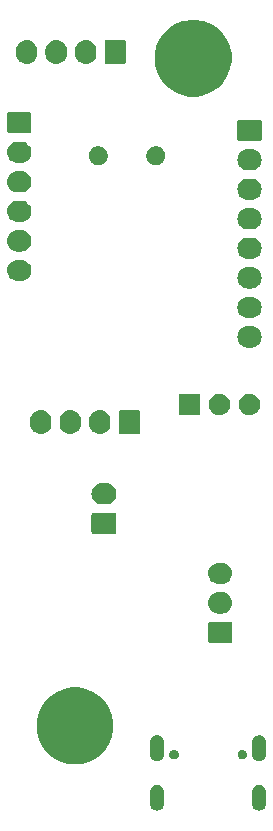
<source format=gbr>
G04 #@! TF.GenerationSoftware,KiCad,Pcbnew,(5.1.6)-1*
G04 #@! TF.CreationDate,2023-02-24T22:08:04-06:00*
G04 #@! TF.ProjectId,EncoderBoard3(1.2),456e636f-6465-4724-926f-617264332831,v1.0*
G04 #@! TF.SameCoordinates,Original*
G04 #@! TF.FileFunction,Soldermask,Bot*
G04 #@! TF.FilePolarity,Negative*
%FSLAX46Y46*%
G04 Gerber Fmt 4.6, Leading zero omitted, Abs format (unit mm)*
G04 Created by KiCad (PCBNEW (5.1.6)-1) date 2023-02-24 22:08:04*
%MOMM*%
%LPD*%
G01*
G04 APERTURE LIST*
%ADD10C,0.100000*%
G04 APERTURE END LIST*
D10*
G36*
X132063915Y-147405134D02*
G01*
X132172491Y-147438071D01*
X132172494Y-147438072D01*
X132208600Y-147457371D01*
X132272556Y-147491556D01*
X132360264Y-147563536D01*
X132432244Y-147651243D01*
X132466429Y-147715199D01*
X132485728Y-147751305D01*
X132485728Y-147751306D01*
X132485729Y-147751308D01*
X132518666Y-147859884D01*
X132527000Y-147944502D01*
X132527000Y-149051098D01*
X132518666Y-149135716D01*
X132485729Y-149244292D01*
X132485728Y-149244295D01*
X132466429Y-149280401D01*
X132432244Y-149344357D01*
X132360264Y-149432064D01*
X132272557Y-149504044D01*
X132208601Y-149538229D01*
X132172495Y-149557528D01*
X132172492Y-149557529D01*
X132063916Y-149590466D01*
X131951000Y-149601587D01*
X131838085Y-149590466D01*
X131729509Y-149557529D01*
X131729506Y-149557528D01*
X131693400Y-149538229D01*
X131629444Y-149504044D01*
X131541737Y-149432064D01*
X131469757Y-149344357D01*
X131435572Y-149280401D01*
X131416273Y-149244295D01*
X131416272Y-149244292D01*
X131383335Y-149135716D01*
X131375001Y-149051098D01*
X131375000Y-147944503D01*
X131383334Y-147859885D01*
X131416271Y-147751309D01*
X131416272Y-147751306D01*
X131435571Y-147715200D01*
X131469756Y-147651244D01*
X131541736Y-147563536D01*
X131629443Y-147491556D01*
X131693399Y-147457371D01*
X131729505Y-147438072D01*
X131729508Y-147438071D01*
X131838084Y-147405134D01*
X131951000Y-147394013D01*
X132063915Y-147405134D01*
G37*
G36*
X140703915Y-147405134D02*
G01*
X140812491Y-147438071D01*
X140812494Y-147438072D01*
X140848600Y-147457371D01*
X140912556Y-147491556D01*
X141000264Y-147563536D01*
X141072244Y-147651243D01*
X141106429Y-147715199D01*
X141125728Y-147751305D01*
X141125728Y-147751306D01*
X141125729Y-147751308D01*
X141158666Y-147859884D01*
X141167000Y-147944502D01*
X141167000Y-149051098D01*
X141158666Y-149135716D01*
X141125729Y-149244292D01*
X141125728Y-149244295D01*
X141106429Y-149280401D01*
X141072244Y-149344357D01*
X141000264Y-149432064D01*
X140912557Y-149504044D01*
X140848601Y-149538229D01*
X140812495Y-149557528D01*
X140812492Y-149557529D01*
X140703916Y-149590466D01*
X140591000Y-149601587D01*
X140478085Y-149590466D01*
X140369509Y-149557529D01*
X140369506Y-149557528D01*
X140333400Y-149538229D01*
X140269444Y-149504044D01*
X140181737Y-149432064D01*
X140109757Y-149344357D01*
X140075572Y-149280401D01*
X140056273Y-149244295D01*
X140056272Y-149244292D01*
X140023335Y-149135716D01*
X140015001Y-149051098D01*
X140015000Y-147944503D01*
X140023334Y-147859885D01*
X140056271Y-147751309D01*
X140056272Y-147751306D01*
X140075571Y-147715200D01*
X140109756Y-147651244D01*
X140181736Y-147563536D01*
X140269443Y-147491556D01*
X140333399Y-147457371D01*
X140369505Y-147438072D01*
X140369508Y-147438071D01*
X140478084Y-147405134D01*
X140591000Y-147394013D01*
X140703915Y-147405134D01*
G37*
G36*
X125634239Y-139237267D02*
G01*
X125948282Y-139299734D01*
X126539926Y-139544801D01*
X127072392Y-139900584D01*
X127525216Y-140353408D01*
X127880999Y-140885874D01*
X128126066Y-141477518D01*
X128251000Y-142105604D01*
X128251000Y-142745996D01*
X128126066Y-143374082D01*
X127880999Y-143965726D01*
X127595986Y-144392277D01*
X127525217Y-144498191D01*
X127072391Y-144951017D01*
X126966477Y-145021786D01*
X126539926Y-145306799D01*
X125948282Y-145551866D01*
X125634239Y-145614333D01*
X125320197Y-145676800D01*
X124679803Y-145676800D01*
X124365761Y-145614333D01*
X124051718Y-145551866D01*
X123460074Y-145306799D01*
X123033523Y-145021786D01*
X122927609Y-144951017D01*
X122474783Y-144498191D01*
X122404014Y-144392277D01*
X122119001Y-143965726D01*
X121873934Y-143374082D01*
X121749000Y-142745996D01*
X121749000Y-142105604D01*
X121873934Y-141477518D01*
X122119001Y-140885874D01*
X122474784Y-140353408D01*
X122927608Y-139900584D01*
X123460074Y-139544801D01*
X124051718Y-139299734D01*
X124365761Y-139237267D01*
X124679803Y-139174800D01*
X125320197Y-139174800D01*
X125634239Y-139237267D01*
G37*
G36*
X140703915Y-143225134D02*
G01*
X140812491Y-143258071D01*
X140812494Y-143258072D01*
X140848600Y-143277371D01*
X140912556Y-143311556D01*
X141000264Y-143383536D01*
X141072244Y-143471243D01*
X141106429Y-143535199D01*
X141125728Y-143571305D01*
X141125728Y-143571306D01*
X141125729Y-143571308D01*
X141158666Y-143679884D01*
X141167000Y-143764502D01*
X141167000Y-144871098D01*
X141158666Y-144955716D01*
X141133782Y-145037744D01*
X141125728Y-145064295D01*
X141106429Y-145100401D01*
X141072244Y-145164357D01*
X141000264Y-145252064D01*
X140912557Y-145324044D01*
X140848601Y-145358229D01*
X140812495Y-145377528D01*
X140812492Y-145377529D01*
X140703916Y-145410466D01*
X140591000Y-145421587D01*
X140478085Y-145410466D01*
X140369509Y-145377529D01*
X140369506Y-145377528D01*
X140333400Y-145358229D01*
X140269444Y-145324044D01*
X140181737Y-145252064D01*
X140109757Y-145164357D01*
X140075572Y-145100401D01*
X140056273Y-145064295D01*
X140048219Y-145037744D01*
X140023335Y-144955716D01*
X140015001Y-144871098D01*
X140015000Y-143764503D01*
X140023334Y-143679885D01*
X140056271Y-143571309D01*
X140056272Y-143571306D01*
X140075571Y-143535200D01*
X140109756Y-143471244D01*
X140181736Y-143383536D01*
X140269443Y-143311556D01*
X140333399Y-143277371D01*
X140369505Y-143258072D01*
X140369508Y-143258071D01*
X140478084Y-143225134D01*
X140591000Y-143214013D01*
X140703915Y-143225134D01*
G37*
G36*
X132063915Y-143225134D02*
G01*
X132172491Y-143258071D01*
X132172494Y-143258072D01*
X132208600Y-143277371D01*
X132272556Y-143311556D01*
X132360264Y-143383536D01*
X132432244Y-143471243D01*
X132466429Y-143535199D01*
X132485728Y-143571305D01*
X132485728Y-143571306D01*
X132485729Y-143571308D01*
X132518666Y-143679884D01*
X132527000Y-143764502D01*
X132527000Y-144871098D01*
X132518666Y-144955716D01*
X132493782Y-145037744D01*
X132485728Y-145064295D01*
X132466429Y-145100401D01*
X132432244Y-145164357D01*
X132360264Y-145252064D01*
X132272557Y-145324044D01*
X132208601Y-145358229D01*
X132172495Y-145377528D01*
X132172492Y-145377529D01*
X132063916Y-145410466D01*
X131951000Y-145421587D01*
X131838085Y-145410466D01*
X131729509Y-145377529D01*
X131729506Y-145377528D01*
X131693400Y-145358229D01*
X131629444Y-145324044D01*
X131541737Y-145252064D01*
X131469757Y-145164357D01*
X131435572Y-145100401D01*
X131416273Y-145064295D01*
X131408219Y-145037744D01*
X131383335Y-144955716D01*
X131375001Y-144871098D01*
X131375000Y-143764503D01*
X131383334Y-143679885D01*
X131416271Y-143571309D01*
X131416272Y-143571306D01*
X131435571Y-143535200D01*
X131469756Y-143471244D01*
X131541736Y-143383536D01*
X131629443Y-143311556D01*
X131693399Y-143277371D01*
X131729505Y-143258072D01*
X131729508Y-143258071D01*
X131838084Y-143225134D01*
X131951000Y-143214013D01*
X132063915Y-143225134D01*
G37*
G36*
X139239231Y-144454505D02*
G01*
X139277967Y-144462210D01*
X139308195Y-144474731D01*
X139350944Y-144492438D01*
X139416622Y-144536323D01*
X139472477Y-144592178D01*
X139516362Y-144657856D01*
X139546590Y-144730834D01*
X139562000Y-144808304D01*
X139562000Y-144887296D01*
X139546590Y-144964766D01*
X139516362Y-145037744D01*
X139472477Y-145103422D01*
X139416622Y-145159277D01*
X139350944Y-145203162D01*
X139308195Y-145220869D01*
X139277967Y-145233390D01*
X139239231Y-145241095D01*
X139200496Y-145248800D01*
X139121504Y-145248800D01*
X139082769Y-145241095D01*
X139044033Y-145233390D01*
X139013805Y-145220869D01*
X138971056Y-145203162D01*
X138905378Y-145159277D01*
X138849523Y-145103422D01*
X138805638Y-145037744D01*
X138775410Y-144964766D01*
X138760000Y-144887296D01*
X138760000Y-144808304D01*
X138775410Y-144730834D01*
X138805638Y-144657856D01*
X138849523Y-144592178D01*
X138905378Y-144536323D01*
X138971056Y-144492438D01*
X139013805Y-144474731D01*
X139044033Y-144462210D01*
X139082769Y-144454505D01*
X139121504Y-144446800D01*
X139200496Y-144446800D01*
X139239231Y-144454505D01*
G37*
G36*
X133459231Y-144454505D02*
G01*
X133497967Y-144462210D01*
X133528195Y-144474731D01*
X133570944Y-144492438D01*
X133636622Y-144536323D01*
X133692477Y-144592178D01*
X133736362Y-144657856D01*
X133766590Y-144730834D01*
X133782000Y-144808304D01*
X133782000Y-144887296D01*
X133766590Y-144964766D01*
X133736362Y-145037744D01*
X133692477Y-145103422D01*
X133636622Y-145159277D01*
X133570944Y-145203162D01*
X133528195Y-145220869D01*
X133497967Y-145233390D01*
X133459231Y-145241095D01*
X133420496Y-145248800D01*
X133341504Y-145248800D01*
X133302769Y-145241095D01*
X133264033Y-145233390D01*
X133233805Y-145220869D01*
X133191056Y-145203162D01*
X133125378Y-145159277D01*
X133069523Y-145103422D01*
X133025638Y-145037744D01*
X132995410Y-144964766D01*
X132980000Y-144887296D01*
X132980000Y-144808304D01*
X132995410Y-144730834D01*
X133025638Y-144657856D01*
X133069523Y-144592178D01*
X133125378Y-144536323D01*
X133191056Y-144492438D01*
X133233805Y-144474731D01*
X133264033Y-144462210D01*
X133302769Y-144454505D01*
X133341504Y-144446800D01*
X133420496Y-144446800D01*
X133459231Y-144454505D01*
G37*
G36*
X138170600Y-133621389D02*
G01*
X138203652Y-133631415D01*
X138234103Y-133647692D01*
X138260799Y-133669601D01*
X138282708Y-133696297D01*
X138298985Y-133726748D01*
X138309011Y-133759800D01*
X138313000Y-133800303D01*
X138313000Y-135236497D01*
X138309011Y-135277000D01*
X138298985Y-135310052D01*
X138282708Y-135340503D01*
X138260799Y-135367199D01*
X138234103Y-135389108D01*
X138203652Y-135405385D01*
X138170600Y-135415411D01*
X138130097Y-135419400D01*
X136443903Y-135419400D01*
X136403400Y-135415411D01*
X136370348Y-135405385D01*
X136339897Y-135389108D01*
X136313201Y-135367199D01*
X136291292Y-135340503D01*
X136275015Y-135310052D01*
X136264989Y-135277000D01*
X136261000Y-135236497D01*
X136261000Y-133800303D01*
X136264989Y-133759800D01*
X136275015Y-133726748D01*
X136291292Y-133696297D01*
X136313201Y-133669601D01*
X136339897Y-133647692D01*
X136370348Y-133631415D01*
X136403400Y-133621389D01*
X136443903Y-133617400D01*
X138130097Y-133617400D01*
X138170600Y-133621389D01*
G37*
G36*
X137522442Y-131123918D02*
G01*
X137588627Y-131130437D01*
X137758466Y-131181957D01*
X137914991Y-131265622D01*
X137950729Y-131294952D01*
X138052186Y-131378214D01*
X138135448Y-131479671D01*
X138164778Y-131515409D01*
X138248443Y-131671934D01*
X138299963Y-131841773D01*
X138317359Y-132018400D01*
X138299963Y-132195027D01*
X138248443Y-132364866D01*
X138164778Y-132521391D01*
X138135448Y-132557129D01*
X138052186Y-132658586D01*
X137950729Y-132741848D01*
X137914991Y-132771178D01*
X137758466Y-132854843D01*
X137588627Y-132906363D01*
X137522442Y-132912882D01*
X137456260Y-132919400D01*
X137117740Y-132919400D01*
X137051558Y-132912882D01*
X136985373Y-132906363D01*
X136815534Y-132854843D01*
X136659009Y-132771178D01*
X136623271Y-132741848D01*
X136521814Y-132658586D01*
X136438552Y-132557129D01*
X136409222Y-132521391D01*
X136325557Y-132364866D01*
X136274037Y-132195027D01*
X136256641Y-132018400D01*
X136274037Y-131841773D01*
X136325557Y-131671934D01*
X136409222Y-131515409D01*
X136438552Y-131479671D01*
X136521814Y-131378214D01*
X136623271Y-131294952D01*
X136659009Y-131265622D01*
X136815534Y-131181957D01*
X136985373Y-131130437D01*
X137051558Y-131123918D01*
X137117740Y-131117400D01*
X137456260Y-131117400D01*
X137522442Y-131123918D01*
G37*
G36*
X137522442Y-128623918D02*
G01*
X137588627Y-128630437D01*
X137758466Y-128681957D01*
X137914991Y-128765622D01*
X137950729Y-128794952D01*
X138052186Y-128878214D01*
X138135448Y-128979671D01*
X138164778Y-129015409D01*
X138248443Y-129171934D01*
X138299963Y-129341773D01*
X138317359Y-129518400D01*
X138299963Y-129695027D01*
X138248443Y-129864866D01*
X138164778Y-130021391D01*
X138135448Y-130057129D01*
X138052186Y-130158586D01*
X137950729Y-130241848D01*
X137914991Y-130271178D01*
X137758466Y-130354843D01*
X137588627Y-130406363D01*
X137522442Y-130412882D01*
X137456260Y-130419400D01*
X137117740Y-130419400D01*
X137051558Y-130412882D01*
X136985373Y-130406363D01*
X136815534Y-130354843D01*
X136659009Y-130271178D01*
X136623271Y-130241848D01*
X136521814Y-130158586D01*
X136438552Y-130057129D01*
X136409222Y-130021391D01*
X136325557Y-129864866D01*
X136274037Y-129695027D01*
X136256641Y-129518400D01*
X136274037Y-129341773D01*
X136325557Y-129171934D01*
X136409222Y-129015409D01*
X136438552Y-128979671D01*
X136521814Y-128878214D01*
X136623271Y-128794952D01*
X136659009Y-128765622D01*
X136815534Y-128681957D01*
X136985373Y-128630437D01*
X137051558Y-128623918D01*
X137117740Y-128617400D01*
X137456260Y-128617400D01*
X137522442Y-128623918D01*
G37*
G36*
X128353100Y-124375789D02*
G01*
X128386152Y-124385815D01*
X128416603Y-124402092D01*
X128443299Y-124424001D01*
X128465208Y-124450697D01*
X128481485Y-124481148D01*
X128491511Y-124514200D01*
X128495500Y-124554703D01*
X128495500Y-125990897D01*
X128491511Y-126031400D01*
X128481485Y-126064452D01*
X128465208Y-126094903D01*
X128443299Y-126121599D01*
X128416603Y-126143508D01*
X128386152Y-126159785D01*
X128353100Y-126169811D01*
X128312597Y-126173800D01*
X126576403Y-126173800D01*
X126535900Y-126169811D01*
X126502848Y-126159785D01*
X126472397Y-126143508D01*
X126445701Y-126121599D01*
X126423792Y-126094903D01*
X126407515Y-126064452D01*
X126397489Y-126031400D01*
X126393500Y-125990897D01*
X126393500Y-124554703D01*
X126397489Y-124514200D01*
X126407515Y-124481148D01*
X126423792Y-124450697D01*
X126445701Y-124424001D01*
X126472397Y-124402092D01*
X126502848Y-124385815D01*
X126535900Y-124375789D01*
X126576403Y-124371800D01*
X128312597Y-124371800D01*
X128353100Y-124375789D01*
G37*
G36*
X127704942Y-121878318D02*
G01*
X127771127Y-121884837D01*
X127940966Y-121936357D01*
X128097491Y-122020022D01*
X128133229Y-122049352D01*
X128234686Y-122132614D01*
X128317948Y-122234071D01*
X128347278Y-122269809D01*
X128430943Y-122426334D01*
X128482463Y-122596173D01*
X128499859Y-122772800D01*
X128482463Y-122949427D01*
X128430943Y-123119266D01*
X128347278Y-123275791D01*
X128317948Y-123311529D01*
X128234686Y-123412986D01*
X128133229Y-123496248D01*
X128097491Y-123525578D01*
X127940966Y-123609243D01*
X127771127Y-123660763D01*
X127704942Y-123667282D01*
X127638760Y-123673800D01*
X127250240Y-123673800D01*
X127184058Y-123667282D01*
X127117873Y-123660763D01*
X126948034Y-123609243D01*
X126791509Y-123525578D01*
X126755771Y-123496248D01*
X126654314Y-123412986D01*
X126571052Y-123311529D01*
X126541722Y-123275791D01*
X126458057Y-123119266D01*
X126406537Y-122949427D01*
X126389141Y-122772800D01*
X126406537Y-122596173D01*
X126458057Y-122426334D01*
X126541722Y-122269809D01*
X126571052Y-122234071D01*
X126654314Y-122132614D01*
X126755771Y-122049352D01*
X126791509Y-122020022D01*
X126948034Y-121936357D01*
X127117873Y-121884837D01*
X127184058Y-121878318D01*
X127250240Y-121871800D01*
X127638760Y-121871800D01*
X127704942Y-121878318D01*
G37*
G36*
X127280127Y-115687337D02*
G01*
X127449966Y-115738857D01*
X127606491Y-115822522D01*
X127642229Y-115851852D01*
X127743686Y-115935114D01*
X127807486Y-116012856D01*
X127856278Y-116072309D01*
X127939943Y-116228834D01*
X127991463Y-116398674D01*
X128004500Y-116531043D01*
X128004500Y-116869558D01*
X127991463Y-117001927D01*
X127939943Y-117171766D01*
X127856278Y-117328291D01*
X127826948Y-117364029D01*
X127743686Y-117465486D01*
X127606489Y-117578079D01*
X127449967Y-117661742D01*
X127449965Y-117661743D01*
X127280126Y-117713263D01*
X127103500Y-117730659D01*
X126926873Y-117713263D01*
X126757034Y-117661743D01*
X126600509Y-117578078D01*
X126558250Y-117543397D01*
X126463314Y-117465486D01*
X126350721Y-117328289D01*
X126267058Y-117171767D01*
X126267057Y-117171765D01*
X126215537Y-117001926D01*
X126202500Y-116869557D01*
X126202500Y-116531042D01*
X126215537Y-116398673D01*
X126267057Y-116228834D01*
X126350722Y-116072309D01*
X126463315Y-115935115D01*
X126600510Y-115822522D01*
X126757035Y-115738857D01*
X126926874Y-115687337D01*
X127103500Y-115669941D01*
X127280127Y-115687337D01*
G37*
G36*
X124780127Y-115687337D02*
G01*
X124949966Y-115738857D01*
X125106491Y-115822522D01*
X125142229Y-115851852D01*
X125243686Y-115935114D01*
X125307486Y-116012856D01*
X125356278Y-116072309D01*
X125439943Y-116228834D01*
X125491463Y-116398674D01*
X125504500Y-116531043D01*
X125504500Y-116869558D01*
X125491463Y-117001927D01*
X125439943Y-117171766D01*
X125356278Y-117328291D01*
X125326948Y-117364029D01*
X125243686Y-117465486D01*
X125106489Y-117578079D01*
X124949967Y-117661742D01*
X124949965Y-117661743D01*
X124780126Y-117713263D01*
X124603500Y-117730659D01*
X124426873Y-117713263D01*
X124257034Y-117661743D01*
X124100509Y-117578078D01*
X124058250Y-117543397D01*
X123963314Y-117465486D01*
X123850721Y-117328289D01*
X123767058Y-117171767D01*
X123767057Y-117171765D01*
X123715537Y-117001926D01*
X123702500Y-116869557D01*
X123702500Y-116531042D01*
X123715537Y-116398673D01*
X123767057Y-116228834D01*
X123850722Y-116072309D01*
X123963315Y-115935115D01*
X124100510Y-115822522D01*
X124257035Y-115738857D01*
X124426874Y-115687337D01*
X124603500Y-115669941D01*
X124780127Y-115687337D01*
G37*
G36*
X122280127Y-115687337D02*
G01*
X122449966Y-115738857D01*
X122606491Y-115822522D01*
X122642229Y-115851852D01*
X122743686Y-115935114D01*
X122807486Y-116012856D01*
X122856278Y-116072309D01*
X122939943Y-116228834D01*
X122991463Y-116398674D01*
X123004500Y-116531043D01*
X123004500Y-116869558D01*
X122991463Y-117001927D01*
X122939943Y-117171766D01*
X122856278Y-117328291D01*
X122826948Y-117364029D01*
X122743686Y-117465486D01*
X122606489Y-117578079D01*
X122449967Y-117661742D01*
X122449965Y-117661743D01*
X122280126Y-117713263D01*
X122103500Y-117730659D01*
X121926873Y-117713263D01*
X121757034Y-117661743D01*
X121600509Y-117578078D01*
X121558250Y-117543397D01*
X121463314Y-117465486D01*
X121350721Y-117328289D01*
X121267058Y-117171767D01*
X121267057Y-117171765D01*
X121215537Y-117001926D01*
X121202500Y-116869557D01*
X121202500Y-116531042D01*
X121215537Y-116398673D01*
X121267057Y-116228834D01*
X121350722Y-116072309D01*
X121463315Y-115935115D01*
X121600510Y-115822522D01*
X121757035Y-115738857D01*
X121926874Y-115687337D01*
X122103500Y-115669941D01*
X122280127Y-115687337D01*
G37*
G36*
X130362100Y-115678289D02*
G01*
X130395152Y-115688315D01*
X130425603Y-115704592D01*
X130452299Y-115726501D01*
X130474208Y-115753197D01*
X130490485Y-115783648D01*
X130500511Y-115816700D01*
X130504500Y-115857203D01*
X130504500Y-117543397D01*
X130500511Y-117583900D01*
X130490485Y-117616952D01*
X130474208Y-117647403D01*
X130452299Y-117674099D01*
X130425603Y-117696008D01*
X130395152Y-117712285D01*
X130362100Y-117722311D01*
X130321597Y-117726300D01*
X128885403Y-117726300D01*
X128844900Y-117722311D01*
X128811848Y-117712285D01*
X128781397Y-117696008D01*
X128754701Y-117674099D01*
X128732792Y-117647403D01*
X128716515Y-117616952D01*
X128706489Y-117583900D01*
X128702500Y-117543397D01*
X128702500Y-115857203D01*
X128706489Y-115816700D01*
X128716515Y-115783648D01*
X128732792Y-115753197D01*
X128754701Y-115726501D01*
X128781397Y-115704592D01*
X128811848Y-115688315D01*
X128844900Y-115678289D01*
X128885403Y-115674300D01*
X130321597Y-115674300D01*
X130362100Y-115678289D01*
G37*
G36*
X139877012Y-114318327D02*
G01*
X140026312Y-114348024D01*
X140190284Y-114415944D01*
X140337854Y-114514547D01*
X140463353Y-114640046D01*
X140561956Y-114787616D01*
X140629876Y-114951588D01*
X140664500Y-115125659D01*
X140664500Y-115303141D01*
X140629876Y-115477212D01*
X140561956Y-115641184D01*
X140463353Y-115788754D01*
X140337854Y-115914253D01*
X140190284Y-116012856D01*
X140026312Y-116080776D01*
X139877012Y-116110473D01*
X139852242Y-116115400D01*
X139674758Y-116115400D01*
X139649988Y-116110473D01*
X139500688Y-116080776D01*
X139336716Y-116012856D01*
X139189146Y-115914253D01*
X139063647Y-115788754D01*
X138965044Y-115641184D01*
X138897124Y-115477212D01*
X138862500Y-115303141D01*
X138862500Y-115125659D01*
X138897124Y-114951588D01*
X138965044Y-114787616D01*
X139063647Y-114640046D01*
X139189146Y-114514547D01*
X139336716Y-114415944D01*
X139500688Y-114348024D01*
X139649988Y-114318327D01*
X139674758Y-114313400D01*
X139852242Y-114313400D01*
X139877012Y-114318327D01*
G37*
G36*
X137337012Y-114318327D02*
G01*
X137486312Y-114348024D01*
X137650284Y-114415944D01*
X137797854Y-114514547D01*
X137923353Y-114640046D01*
X138021956Y-114787616D01*
X138089876Y-114951588D01*
X138124500Y-115125659D01*
X138124500Y-115303141D01*
X138089876Y-115477212D01*
X138021956Y-115641184D01*
X137923353Y-115788754D01*
X137797854Y-115914253D01*
X137650284Y-116012856D01*
X137486312Y-116080776D01*
X137337012Y-116110473D01*
X137312242Y-116115400D01*
X137134758Y-116115400D01*
X137109988Y-116110473D01*
X136960688Y-116080776D01*
X136796716Y-116012856D01*
X136649146Y-115914253D01*
X136523647Y-115788754D01*
X136425044Y-115641184D01*
X136357124Y-115477212D01*
X136322500Y-115303141D01*
X136322500Y-115125659D01*
X136357124Y-114951588D01*
X136425044Y-114787616D01*
X136523647Y-114640046D01*
X136649146Y-114514547D01*
X136796716Y-114415944D01*
X136960688Y-114348024D01*
X137109988Y-114318327D01*
X137134758Y-114313400D01*
X137312242Y-114313400D01*
X137337012Y-114318327D01*
G37*
G36*
X135584500Y-116115400D02*
G01*
X133782500Y-116115400D01*
X133782500Y-114313400D01*
X135584500Y-114313400D01*
X135584500Y-116115400D01*
G37*
G36*
X140011643Y-108604319D02*
G01*
X140077827Y-108610837D01*
X140247666Y-108662357D01*
X140404191Y-108746022D01*
X140439929Y-108775352D01*
X140541386Y-108858614D01*
X140624648Y-108960071D01*
X140653978Y-108995809D01*
X140737643Y-109152334D01*
X140789163Y-109322173D01*
X140806559Y-109498800D01*
X140789163Y-109675427D01*
X140737643Y-109845266D01*
X140653978Y-110001791D01*
X140624648Y-110037529D01*
X140541386Y-110138986D01*
X140439929Y-110222248D01*
X140404191Y-110251578D01*
X140247666Y-110335243D01*
X140077827Y-110386763D01*
X140011642Y-110393282D01*
X139945460Y-110399800D01*
X139606940Y-110399800D01*
X139540758Y-110393282D01*
X139474573Y-110386763D01*
X139304734Y-110335243D01*
X139148209Y-110251578D01*
X139112471Y-110222248D01*
X139011014Y-110138986D01*
X138927752Y-110037529D01*
X138898422Y-110001791D01*
X138814757Y-109845266D01*
X138763237Y-109675427D01*
X138745841Y-109498800D01*
X138763237Y-109322173D01*
X138814757Y-109152334D01*
X138898422Y-108995809D01*
X138927752Y-108960071D01*
X139011014Y-108858614D01*
X139112471Y-108775352D01*
X139148209Y-108746022D01*
X139304734Y-108662357D01*
X139474573Y-108610837D01*
X139540757Y-108604319D01*
X139606940Y-108597800D01*
X139945460Y-108597800D01*
X140011643Y-108604319D01*
G37*
G36*
X140011643Y-106104319D02*
G01*
X140077827Y-106110837D01*
X140247666Y-106162357D01*
X140404191Y-106246022D01*
X140439929Y-106275352D01*
X140541386Y-106358614D01*
X140624648Y-106460071D01*
X140653978Y-106495809D01*
X140737643Y-106652334D01*
X140789163Y-106822173D01*
X140806559Y-106998800D01*
X140789163Y-107175427D01*
X140737643Y-107345266D01*
X140653978Y-107501791D01*
X140624648Y-107537529D01*
X140541386Y-107638986D01*
X140439929Y-107722248D01*
X140404191Y-107751578D01*
X140247666Y-107835243D01*
X140077827Y-107886763D01*
X140011642Y-107893282D01*
X139945460Y-107899800D01*
X139606940Y-107899800D01*
X139540758Y-107893282D01*
X139474573Y-107886763D01*
X139304734Y-107835243D01*
X139148209Y-107751578D01*
X139112471Y-107722248D01*
X139011014Y-107638986D01*
X138927752Y-107537529D01*
X138898422Y-107501791D01*
X138814757Y-107345266D01*
X138763237Y-107175427D01*
X138745841Y-106998800D01*
X138763237Y-106822173D01*
X138814757Y-106652334D01*
X138898422Y-106495809D01*
X138927752Y-106460071D01*
X139011014Y-106358614D01*
X139112471Y-106275352D01*
X139148209Y-106246022D01*
X139304734Y-106162357D01*
X139474573Y-106110837D01*
X139540757Y-106104319D01*
X139606940Y-106097800D01*
X139945460Y-106097800D01*
X140011643Y-106104319D01*
G37*
G36*
X140011642Y-103604318D02*
G01*
X140077827Y-103610837D01*
X140247666Y-103662357D01*
X140404191Y-103746022D01*
X140439929Y-103775352D01*
X140541386Y-103858614D01*
X140624648Y-103960071D01*
X140653978Y-103995809D01*
X140737643Y-104152334D01*
X140789163Y-104322173D01*
X140806559Y-104498800D01*
X140789163Y-104675427D01*
X140737643Y-104845266D01*
X140653978Y-105001791D01*
X140624648Y-105037529D01*
X140541386Y-105138986D01*
X140439929Y-105222248D01*
X140404191Y-105251578D01*
X140247666Y-105335243D01*
X140077827Y-105386763D01*
X140011642Y-105393282D01*
X139945460Y-105399800D01*
X139606940Y-105399800D01*
X139540758Y-105393282D01*
X139474573Y-105386763D01*
X139304734Y-105335243D01*
X139148209Y-105251578D01*
X139112471Y-105222248D01*
X139011014Y-105138986D01*
X138927752Y-105037529D01*
X138898422Y-105001791D01*
X138814757Y-104845266D01*
X138763237Y-104675427D01*
X138745841Y-104498800D01*
X138763237Y-104322173D01*
X138814757Y-104152334D01*
X138898422Y-103995809D01*
X138927752Y-103960071D01*
X139011014Y-103858614D01*
X139112471Y-103775352D01*
X139148209Y-103746022D01*
X139304734Y-103662357D01*
X139474573Y-103610837D01*
X139540758Y-103604318D01*
X139606940Y-103597800D01*
X139945460Y-103597800D01*
X140011642Y-103604318D01*
G37*
G36*
X120517142Y-102969318D02*
G01*
X120583327Y-102975837D01*
X120753166Y-103027357D01*
X120909691Y-103111022D01*
X120945429Y-103140352D01*
X121046886Y-103223614D01*
X121130148Y-103325071D01*
X121159478Y-103360809D01*
X121243143Y-103517334D01*
X121294663Y-103687173D01*
X121312059Y-103863800D01*
X121294663Y-104040427D01*
X121243143Y-104210266D01*
X121159478Y-104366791D01*
X121130148Y-104402529D01*
X121046886Y-104503986D01*
X120945429Y-104587248D01*
X120909691Y-104616578D01*
X120753166Y-104700243D01*
X120583327Y-104751763D01*
X120517143Y-104758281D01*
X120450960Y-104764800D01*
X120112440Y-104764800D01*
X120046257Y-104758281D01*
X119980073Y-104751763D01*
X119810234Y-104700243D01*
X119653709Y-104616578D01*
X119617971Y-104587248D01*
X119516514Y-104503986D01*
X119433252Y-104402529D01*
X119403922Y-104366791D01*
X119320257Y-104210266D01*
X119268737Y-104040427D01*
X119251341Y-103863800D01*
X119268737Y-103687173D01*
X119320257Y-103517334D01*
X119403922Y-103360809D01*
X119433252Y-103325071D01*
X119516514Y-103223614D01*
X119617971Y-103140352D01*
X119653709Y-103111022D01*
X119810234Y-103027357D01*
X119980073Y-102975837D01*
X120046258Y-102969318D01*
X120112440Y-102962800D01*
X120450960Y-102962800D01*
X120517142Y-102969318D01*
G37*
G36*
X140011643Y-101104319D02*
G01*
X140077827Y-101110837D01*
X140247666Y-101162357D01*
X140404191Y-101246022D01*
X140439929Y-101275352D01*
X140541386Y-101358614D01*
X140624648Y-101460071D01*
X140653978Y-101495809D01*
X140737643Y-101652334D01*
X140789163Y-101822173D01*
X140806559Y-101998800D01*
X140789163Y-102175427D01*
X140737643Y-102345266D01*
X140653978Y-102501791D01*
X140624648Y-102537529D01*
X140541386Y-102638986D01*
X140439929Y-102722248D01*
X140404191Y-102751578D01*
X140247666Y-102835243D01*
X140077827Y-102886763D01*
X140011642Y-102893282D01*
X139945460Y-102899800D01*
X139606940Y-102899800D01*
X139540758Y-102893282D01*
X139474573Y-102886763D01*
X139304734Y-102835243D01*
X139148209Y-102751578D01*
X139112471Y-102722248D01*
X139011014Y-102638986D01*
X138927752Y-102537529D01*
X138898422Y-102501791D01*
X138814757Y-102345266D01*
X138763237Y-102175427D01*
X138745841Y-101998800D01*
X138763237Y-101822173D01*
X138814757Y-101652334D01*
X138898422Y-101495809D01*
X138927752Y-101460071D01*
X139011014Y-101358614D01*
X139112471Y-101275352D01*
X139148209Y-101246022D01*
X139304734Y-101162357D01*
X139474573Y-101110837D01*
X139540758Y-101104318D01*
X139606940Y-101097800D01*
X139945460Y-101097800D01*
X140011643Y-101104319D01*
G37*
G36*
X120517143Y-100469319D02*
G01*
X120583327Y-100475837D01*
X120753166Y-100527357D01*
X120909691Y-100611022D01*
X120945429Y-100640352D01*
X121046886Y-100723614D01*
X121130148Y-100825071D01*
X121159478Y-100860809D01*
X121243143Y-101017334D01*
X121294663Y-101187173D01*
X121312059Y-101363800D01*
X121294663Y-101540427D01*
X121243143Y-101710266D01*
X121159478Y-101866791D01*
X121130148Y-101902529D01*
X121046886Y-102003986D01*
X120945429Y-102087248D01*
X120909691Y-102116578D01*
X120753166Y-102200243D01*
X120583327Y-102251763D01*
X120517143Y-102258281D01*
X120450960Y-102264800D01*
X120112440Y-102264800D01*
X120046257Y-102258281D01*
X119980073Y-102251763D01*
X119810234Y-102200243D01*
X119653709Y-102116578D01*
X119617971Y-102087248D01*
X119516514Y-102003986D01*
X119433252Y-101902529D01*
X119403922Y-101866791D01*
X119320257Y-101710266D01*
X119268737Y-101540427D01*
X119251341Y-101363800D01*
X119268737Y-101187173D01*
X119320257Y-101017334D01*
X119403922Y-100860809D01*
X119433252Y-100825071D01*
X119516514Y-100723614D01*
X119617971Y-100640352D01*
X119653709Y-100611022D01*
X119810234Y-100527357D01*
X119980073Y-100475837D01*
X120046257Y-100469319D01*
X120112440Y-100462800D01*
X120450960Y-100462800D01*
X120517143Y-100469319D01*
G37*
G36*
X140011642Y-98604318D02*
G01*
X140077827Y-98610837D01*
X140247666Y-98662357D01*
X140404191Y-98746022D01*
X140439929Y-98775352D01*
X140541386Y-98858614D01*
X140624648Y-98960071D01*
X140653978Y-98995809D01*
X140737643Y-99152334D01*
X140789163Y-99322173D01*
X140806559Y-99498800D01*
X140789163Y-99675427D01*
X140737643Y-99845266D01*
X140653978Y-100001791D01*
X140624648Y-100037529D01*
X140541386Y-100138986D01*
X140439929Y-100222248D01*
X140404191Y-100251578D01*
X140247666Y-100335243D01*
X140077827Y-100386763D01*
X140011642Y-100393282D01*
X139945460Y-100399800D01*
X139606940Y-100399800D01*
X139540758Y-100393282D01*
X139474573Y-100386763D01*
X139304734Y-100335243D01*
X139148209Y-100251578D01*
X139112471Y-100222248D01*
X139011014Y-100138986D01*
X138927752Y-100037529D01*
X138898422Y-100001791D01*
X138814757Y-99845266D01*
X138763237Y-99675427D01*
X138745841Y-99498800D01*
X138763237Y-99322173D01*
X138814757Y-99152334D01*
X138898422Y-98995809D01*
X138927752Y-98960071D01*
X139011014Y-98858614D01*
X139112471Y-98775352D01*
X139148209Y-98746022D01*
X139304734Y-98662357D01*
X139474573Y-98610837D01*
X139540758Y-98604318D01*
X139606940Y-98597800D01*
X139945460Y-98597800D01*
X140011642Y-98604318D01*
G37*
G36*
X120517143Y-97969319D02*
G01*
X120583327Y-97975837D01*
X120753166Y-98027357D01*
X120909691Y-98111022D01*
X120945429Y-98140352D01*
X121046886Y-98223614D01*
X121130148Y-98325071D01*
X121159478Y-98360809D01*
X121243143Y-98517334D01*
X121294663Y-98687173D01*
X121312059Y-98863800D01*
X121294663Y-99040427D01*
X121243143Y-99210266D01*
X121159478Y-99366791D01*
X121130148Y-99402529D01*
X121046886Y-99503986D01*
X120945429Y-99587248D01*
X120909691Y-99616578D01*
X120753166Y-99700243D01*
X120583327Y-99751763D01*
X120517142Y-99758282D01*
X120450960Y-99764800D01*
X120112440Y-99764800D01*
X120046257Y-99758281D01*
X119980073Y-99751763D01*
X119810234Y-99700243D01*
X119653709Y-99616578D01*
X119617971Y-99587248D01*
X119516514Y-99503986D01*
X119433252Y-99402529D01*
X119403922Y-99366791D01*
X119320257Y-99210266D01*
X119268737Y-99040427D01*
X119251341Y-98863800D01*
X119268737Y-98687173D01*
X119320257Y-98517334D01*
X119403922Y-98360809D01*
X119433252Y-98325071D01*
X119516514Y-98223614D01*
X119617971Y-98140352D01*
X119653709Y-98111022D01*
X119810234Y-98027357D01*
X119980073Y-97975837D01*
X120046257Y-97969319D01*
X120112440Y-97962800D01*
X120450960Y-97962800D01*
X120517143Y-97969319D01*
G37*
G36*
X140011643Y-96104319D02*
G01*
X140077827Y-96110837D01*
X140247666Y-96162357D01*
X140404191Y-96246022D01*
X140439929Y-96275352D01*
X140541386Y-96358614D01*
X140624648Y-96460071D01*
X140653978Y-96495809D01*
X140737643Y-96652334D01*
X140789163Y-96822173D01*
X140806559Y-96998800D01*
X140789163Y-97175427D01*
X140737643Y-97345266D01*
X140653978Y-97501791D01*
X140624648Y-97537529D01*
X140541386Y-97638986D01*
X140439929Y-97722248D01*
X140404191Y-97751578D01*
X140247666Y-97835243D01*
X140077827Y-97886763D01*
X140011642Y-97893282D01*
X139945460Y-97899800D01*
X139606940Y-97899800D01*
X139540758Y-97893282D01*
X139474573Y-97886763D01*
X139304734Y-97835243D01*
X139148209Y-97751578D01*
X139112471Y-97722248D01*
X139011014Y-97638986D01*
X138927752Y-97537529D01*
X138898422Y-97501791D01*
X138814757Y-97345266D01*
X138763237Y-97175427D01*
X138745841Y-96998800D01*
X138763237Y-96822173D01*
X138814757Y-96652334D01*
X138898422Y-96495809D01*
X138927752Y-96460071D01*
X139011014Y-96358614D01*
X139112471Y-96275352D01*
X139148209Y-96246022D01*
X139304734Y-96162357D01*
X139474573Y-96110837D01*
X139540758Y-96104318D01*
X139606940Y-96097800D01*
X139945460Y-96097800D01*
X140011643Y-96104319D01*
G37*
G36*
X120517143Y-95469319D02*
G01*
X120583327Y-95475837D01*
X120753166Y-95527357D01*
X120909691Y-95611022D01*
X120945429Y-95640352D01*
X121046886Y-95723614D01*
X121130148Y-95825071D01*
X121159478Y-95860809D01*
X121243143Y-96017334D01*
X121294663Y-96187173D01*
X121312059Y-96363800D01*
X121294663Y-96540427D01*
X121243143Y-96710266D01*
X121159478Y-96866791D01*
X121130148Y-96902529D01*
X121046886Y-97003986D01*
X120945429Y-97087248D01*
X120909691Y-97116578D01*
X120753166Y-97200243D01*
X120583327Y-97251763D01*
X120517143Y-97258281D01*
X120450960Y-97264800D01*
X120112440Y-97264800D01*
X120046257Y-97258281D01*
X119980073Y-97251763D01*
X119810234Y-97200243D01*
X119653709Y-97116578D01*
X119617971Y-97087248D01*
X119516514Y-97003986D01*
X119433252Y-96902529D01*
X119403922Y-96866791D01*
X119320257Y-96710266D01*
X119268737Y-96540427D01*
X119251341Y-96363800D01*
X119268737Y-96187173D01*
X119320257Y-96017334D01*
X119403922Y-95860809D01*
X119433252Y-95825071D01*
X119516514Y-95723614D01*
X119617971Y-95640352D01*
X119653709Y-95611022D01*
X119810234Y-95527357D01*
X119980073Y-95475837D01*
X120046257Y-95469319D01*
X120112440Y-95462800D01*
X120450960Y-95462800D01*
X120517143Y-95469319D01*
G37*
G36*
X140011642Y-93604318D02*
G01*
X140077827Y-93610837D01*
X140247666Y-93662357D01*
X140404191Y-93746022D01*
X140437434Y-93773304D01*
X140541386Y-93858614D01*
X140624648Y-93960071D01*
X140653978Y-93995809D01*
X140737643Y-94152334D01*
X140789163Y-94322173D01*
X140806559Y-94498800D01*
X140789163Y-94675427D01*
X140737643Y-94845266D01*
X140653978Y-95001791D01*
X140624648Y-95037529D01*
X140541386Y-95138986D01*
X140439929Y-95222248D01*
X140404191Y-95251578D01*
X140247666Y-95335243D01*
X140077827Y-95386763D01*
X140011643Y-95393281D01*
X139945460Y-95399800D01*
X139606940Y-95399800D01*
X139540757Y-95393281D01*
X139474573Y-95386763D01*
X139304734Y-95335243D01*
X139148209Y-95251578D01*
X139112471Y-95222248D01*
X139011014Y-95138986D01*
X138927752Y-95037529D01*
X138898422Y-95001791D01*
X138814757Y-94845266D01*
X138763237Y-94675427D01*
X138745841Y-94498800D01*
X138763237Y-94322173D01*
X138814757Y-94152334D01*
X138898422Y-93995809D01*
X138927752Y-93960071D01*
X139011014Y-93858614D01*
X139114966Y-93773304D01*
X139148209Y-93746022D01*
X139304734Y-93662357D01*
X139474573Y-93610837D01*
X139540758Y-93604318D01*
X139606940Y-93597800D01*
X139945460Y-93597800D01*
X140011642Y-93604318D01*
G37*
G36*
X127193002Y-93382501D02*
G01*
X127338774Y-93442882D01*
X127338776Y-93442883D01*
X127469968Y-93530542D01*
X127581538Y-93642112D01*
X127669197Y-93773304D01*
X127669198Y-93773306D01*
X127729579Y-93919078D01*
X127760360Y-94073827D01*
X127760360Y-94231613D01*
X127729579Y-94386362D01*
X127680857Y-94503986D01*
X127669197Y-94532136D01*
X127581538Y-94663328D01*
X127469968Y-94774898D01*
X127338776Y-94862557D01*
X127338775Y-94862558D01*
X127338774Y-94862558D01*
X127193002Y-94922939D01*
X127038253Y-94953720D01*
X126880467Y-94953720D01*
X126725718Y-94922939D01*
X126579946Y-94862558D01*
X126579945Y-94862558D01*
X126579944Y-94862557D01*
X126448752Y-94774898D01*
X126337182Y-94663328D01*
X126249523Y-94532136D01*
X126237863Y-94503986D01*
X126189141Y-94386362D01*
X126158360Y-94231613D01*
X126158360Y-94073827D01*
X126189141Y-93919078D01*
X126249522Y-93773306D01*
X126249523Y-93773304D01*
X126337182Y-93642112D01*
X126448752Y-93530542D01*
X126579944Y-93442883D01*
X126579946Y-93442882D01*
X126725718Y-93382501D01*
X126880467Y-93351720D01*
X127038253Y-93351720D01*
X127193002Y-93382501D01*
G37*
G36*
X132073002Y-93382501D02*
G01*
X132218774Y-93442882D01*
X132218776Y-93442883D01*
X132349968Y-93530542D01*
X132461538Y-93642112D01*
X132549197Y-93773304D01*
X132549198Y-93773306D01*
X132609579Y-93919078D01*
X132640360Y-94073827D01*
X132640360Y-94231613D01*
X132609579Y-94386362D01*
X132560857Y-94503986D01*
X132549197Y-94532136D01*
X132461538Y-94663328D01*
X132349968Y-94774898D01*
X132218776Y-94862557D01*
X132218775Y-94862558D01*
X132218774Y-94862558D01*
X132073002Y-94922939D01*
X131918253Y-94953720D01*
X131760467Y-94953720D01*
X131605718Y-94922939D01*
X131459946Y-94862558D01*
X131459945Y-94862558D01*
X131459944Y-94862557D01*
X131328752Y-94774898D01*
X131217182Y-94663328D01*
X131129523Y-94532136D01*
X131117863Y-94503986D01*
X131069141Y-94386362D01*
X131038360Y-94231613D01*
X131038360Y-94073827D01*
X131069141Y-93919078D01*
X131129522Y-93773306D01*
X131129523Y-93773304D01*
X131217182Y-93642112D01*
X131328752Y-93530542D01*
X131459944Y-93442883D01*
X131459946Y-93442882D01*
X131605718Y-93382501D01*
X131760467Y-93351720D01*
X131918253Y-93351720D01*
X132073002Y-93382501D01*
G37*
G36*
X120517143Y-92969319D02*
G01*
X120583327Y-92975837D01*
X120753166Y-93027357D01*
X120909691Y-93111022D01*
X120945429Y-93140352D01*
X121046886Y-93223614D01*
X121130148Y-93325071D01*
X121159478Y-93360809D01*
X121243143Y-93517334D01*
X121294663Y-93687173D01*
X121312059Y-93863800D01*
X121294663Y-94040427D01*
X121243143Y-94210266D01*
X121159478Y-94366791D01*
X121130148Y-94402529D01*
X121046886Y-94503986D01*
X120945429Y-94587248D01*
X120909691Y-94616578D01*
X120753166Y-94700243D01*
X120583327Y-94751763D01*
X120517142Y-94758282D01*
X120450960Y-94764800D01*
X120112440Y-94764800D01*
X120046258Y-94758282D01*
X119980073Y-94751763D01*
X119810234Y-94700243D01*
X119653709Y-94616578D01*
X119617971Y-94587248D01*
X119516514Y-94503986D01*
X119433252Y-94402529D01*
X119403922Y-94366791D01*
X119320257Y-94210266D01*
X119268737Y-94040427D01*
X119251341Y-93863800D01*
X119268737Y-93687173D01*
X119320257Y-93517334D01*
X119403922Y-93360809D01*
X119433252Y-93325071D01*
X119516514Y-93223614D01*
X119617971Y-93140352D01*
X119653709Y-93111022D01*
X119810234Y-93027357D01*
X119980073Y-92975837D01*
X120046257Y-92969319D01*
X120112440Y-92962800D01*
X120450960Y-92962800D01*
X120517143Y-92969319D01*
G37*
G36*
X140659800Y-91101789D02*
G01*
X140692852Y-91111815D01*
X140723303Y-91128092D01*
X140749999Y-91150001D01*
X140771908Y-91176697D01*
X140788185Y-91207148D01*
X140798211Y-91240200D01*
X140802200Y-91280703D01*
X140802200Y-92716897D01*
X140798211Y-92757400D01*
X140788185Y-92790452D01*
X140771908Y-92820903D01*
X140749999Y-92847599D01*
X140723303Y-92869508D01*
X140692852Y-92885785D01*
X140659800Y-92895811D01*
X140619297Y-92899800D01*
X138933103Y-92899800D01*
X138892600Y-92895811D01*
X138859548Y-92885785D01*
X138829097Y-92869508D01*
X138802401Y-92847599D01*
X138780492Y-92820903D01*
X138764215Y-92790452D01*
X138754189Y-92757400D01*
X138750200Y-92716897D01*
X138750200Y-91280703D01*
X138754189Y-91240200D01*
X138764215Y-91207148D01*
X138780492Y-91176697D01*
X138802401Y-91150001D01*
X138829097Y-91128092D01*
X138859548Y-91111815D01*
X138892600Y-91101789D01*
X138933103Y-91097800D01*
X140619297Y-91097800D01*
X140659800Y-91101789D01*
G37*
G36*
X121165300Y-90466789D02*
G01*
X121198352Y-90476815D01*
X121228803Y-90493092D01*
X121255499Y-90515001D01*
X121277408Y-90541697D01*
X121293685Y-90572148D01*
X121303711Y-90605200D01*
X121307700Y-90645703D01*
X121307700Y-92081897D01*
X121303711Y-92122400D01*
X121293685Y-92155452D01*
X121277408Y-92185903D01*
X121255499Y-92212599D01*
X121228803Y-92234508D01*
X121198352Y-92250785D01*
X121165300Y-92260811D01*
X121124797Y-92264800D01*
X119438603Y-92264800D01*
X119398100Y-92260811D01*
X119365048Y-92250785D01*
X119334597Y-92234508D01*
X119307901Y-92212599D01*
X119285992Y-92185903D01*
X119269715Y-92155452D01*
X119259689Y-92122400D01*
X119255700Y-92081897D01*
X119255700Y-90645703D01*
X119259689Y-90605200D01*
X119269715Y-90572148D01*
X119285992Y-90541697D01*
X119307901Y-90515001D01*
X119334597Y-90493092D01*
X119365048Y-90476815D01*
X119398100Y-90466789D01*
X119438603Y-90462800D01*
X121124797Y-90462800D01*
X121165300Y-90466789D01*
G37*
G36*
X135634239Y-82714267D02*
G01*
X135948282Y-82776734D01*
X136539926Y-83021801D01*
X137072392Y-83377584D01*
X137525216Y-83830408D01*
X137880999Y-84362874D01*
X138102628Y-84897934D01*
X138126066Y-84954519D01*
X138251000Y-85582603D01*
X138251000Y-86222997D01*
X138219300Y-86382363D01*
X138126066Y-86851082D01*
X137880999Y-87442726D01*
X137525216Y-87975192D01*
X137072392Y-88428016D01*
X136539926Y-88783799D01*
X135948282Y-89028866D01*
X135634239Y-89091333D01*
X135320197Y-89153800D01*
X134679803Y-89153800D01*
X134365761Y-89091333D01*
X134051718Y-89028866D01*
X133460074Y-88783799D01*
X132927608Y-88428016D01*
X132474784Y-87975192D01*
X132119001Y-87442726D01*
X131873934Y-86851082D01*
X131780700Y-86382363D01*
X131749000Y-86222997D01*
X131749000Y-85582603D01*
X131873934Y-84954519D01*
X131897372Y-84897934D01*
X132119001Y-84362874D01*
X132474784Y-83830408D01*
X132927608Y-83377584D01*
X133460074Y-83021801D01*
X134051718Y-82776734D01*
X134365761Y-82714267D01*
X134679803Y-82651800D01*
X135320197Y-82651800D01*
X135634239Y-82714267D01*
G37*
G36*
X121078707Y-84356437D02*
G01*
X121248546Y-84407957D01*
X121405071Y-84491622D01*
X121440809Y-84520952D01*
X121542266Y-84604214D01*
X121625528Y-84705671D01*
X121654858Y-84741409D01*
X121738523Y-84897934D01*
X121790043Y-85067774D01*
X121803080Y-85200143D01*
X121803080Y-85538658D01*
X121790043Y-85671027D01*
X121738523Y-85840866D01*
X121654858Y-85997391D01*
X121625528Y-86033129D01*
X121542266Y-86134586D01*
X121405069Y-86247179D01*
X121248547Y-86330842D01*
X121248545Y-86330843D01*
X121078706Y-86382363D01*
X120902080Y-86399759D01*
X120725453Y-86382363D01*
X120555614Y-86330843D01*
X120399089Y-86247178D01*
X120356830Y-86212497D01*
X120261894Y-86134586D01*
X120149301Y-85997389D01*
X120065638Y-85840867D01*
X120065637Y-85840865D01*
X120014117Y-85671026D01*
X120001080Y-85538657D01*
X120001080Y-85200142D01*
X120014117Y-85067773D01*
X120065637Y-84897934D01*
X120149302Y-84741409D01*
X120261895Y-84604215D01*
X120399090Y-84491622D01*
X120555615Y-84407957D01*
X120725454Y-84356437D01*
X120902080Y-84339041D01*
X121078707Y-84356437D01*
G37*
G36*
X123578707Y-84356437D02*
G01*
X123748546Y-84407957D01*
X123905071Y-84491622D01*
X123940809Y-84520952D01*
X124042266Y-84604214D01*
X124125528Y-84705671D01*
X124154858Y-84741409D01*
X124238523Y-84897934D01*
X124290043Y-85067774D01*
X124303080Y-85200143D01*
X124303080Y-85538658D01*
X124290043Y-85671027D01*
X124238523Y-85840866D01*
X124154858Y-85997391D01*
X124125528Y-86033129D01*
X124042266Y-86134586D01*
X123905069Y-86247179D01*
X123748547Y-86330842D01*
X123748545Y-86330843D01*
X123578706Y-86382363D01*
X123402080Y-86399759D01*
X123225453Y-86382363D01*
X123055614Y-86330843D01*
X122899089Y-86247178D01*
X122856830Y-86212497D01*
X122761894Y-86134586D01*
X122649301Y-85997389D01*
X122565638Y-85840867D01*
X122565637Y-85840865D01*
X122514117Y-85671026D01*
X122501080Y-85538657D01*
X122501080Y-85200142D01*
X122514117Y-85067773D01*
X122565637Y-84897934D01*
X122649302Y-84741409D01*
X122761895Y-84604215D01*
X122899090Y-84491622D01*
X123055615Y-84407957D01*
X123225454Y-84356437D01*
X123402080Y-84339041D01*
X123578707Y-84356437D01*
G37*
G36*
X126078707Y-84356437D02*
G01*
X126248546Y-84407957D01*
X126405071Y-84491622D01*
X126440809Y-84520952D01*
X126542266Y-84604214D01*
X126625528Y-84705671D01*
X126654858Y-84741409D01*
X126738523Y-84897934D01*
X126790043Y-85067774D01*
X126803080Y-85200143D01*
X126803080Y-85538658D01*
X126790043Y-85671027D01*
X126738523Y-85840866D01*
X126654858Y-85997391D01*
X126625528Y-86033129D01*
X126542266Y-86134586D01*
X126405069Y-86247179D01*
X126248547Y-86330842D01*
X126248545Y-86330843D01*
X126078706Y-86382363D01*
X125902080Y-86399759D01*
X125725453Y-86382363D01*
X125555614Y-86330843D01*
X125399089Y-86247178D01*
X125356830Y-86212497D01*
X125261894Y-86134586D01*
X125149301Y-85997389D01*
X125065638Y-85840867D01*
X125065637Y-85840865D01*
X125014117Y-85671026D01*
X125001080Y-85538657D01*
X125001080Y-85200142D01*
X125014117Y-85067773D01*
X125065637Y-84897934D01*
X125149302Y-84741409D01*
X125261895Y-84604215D01*
X125399090Y-84491622D01*
X125555615Y-84407957D01*
X125725454Y-84356437D01*
X125902080Y-84339041D01*
X126078707Y-84356437D01*
G37*
G36*
X129160680Y-84347389D02*
G01*
X129193732Y-84357415D01*
X129224183Y-84373692D01*
X129250879Y-84395601D01*
X129272788Y-84422297D01*
X129289065Y-84452748D01*
X129299091Y-84485800D01*
X129303080Y-84526303D01*
X129303080Y-86212497D01*
X129299091Y-86253000D01*
X129289065Y-86286052D01*
X129272788Y-86316503D01*
X129250879Y-86343199D01*
X129224183Y-86365108D01*
X129193732Y-86381385D01*
X129160680Y-86391411D01*
X129120177Y-86395400D01*
X127683983Y-86395400D01*
X127643480Y-86391411D01*
X127610428Y-86381385D01*
X127579977Y-86365108D01*
X127553281Y-86343199D01*
X127531372Y-86316503D01*
X127515095Y-86286052D01*
X127505069Y-86253000D01*
X127501080Y-86212497D01*
X127501080Y-84526303D01*
X127505069Y-84485800D01*
X127515095Y-84452748D01*
X127531372Y-84422297D01*
X127553281Y-84395601D01*
X127579977Y-84373692D01*
X127610428Y-84357415D01*
X127643480Y-84347389D01*
X127683983Y-84343400D01*
X129120177Y-84343400D01*
X129160680Y-84347389D01*
G37*
M02*

</source>
